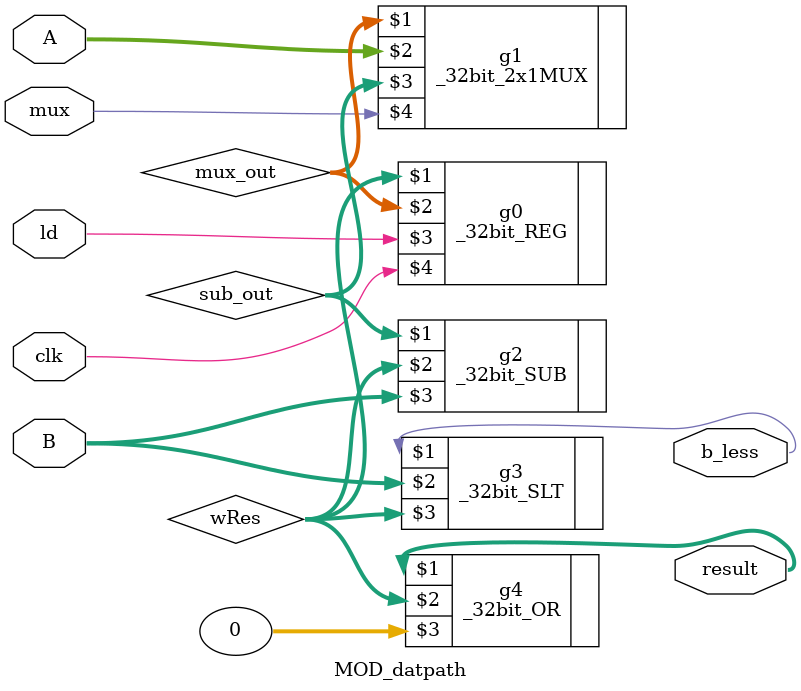
<source format=v>
module MOD_datpath(result, b_less, A, B, ld, mux, clk);
input [31:0] A;
input [31:0] B;
input ld, mux, clk;
output b_less;
output [31:0] result;

wire [31:0] wReg, wRes;

wire [31:0] mux_out, sub_out;

_32bit_REG g0(wRes, mux_out, ld, clk);

_32bit_2x1MUX g1(mux_out, A, sub_out, mux);

_32bit_SUB g2(sub_out, wRes, B);

_32bit_SLT g3(b_less, B, wRes);

_32bit_OR g4(result, wRes, 32'd0);




endmodule

</source>
